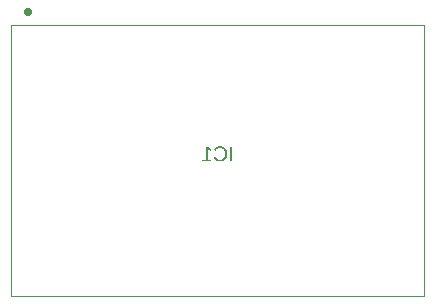
<source format=gbr>
G04 EAGLE Gerber RS-274X export*
G75*
%MOMM*%
%FSLAX34Y34*%
%LPD*%
%INSilkscreen Bottom*%
%IPPOS*%
%AMOC8*
5,1,8,0,0,1.08239X$1,22.5*%
G01*
G04 Define Apertures*
%ADD10C,0.100000*%
%ADD11C,0.600000*%
G36*
X612198Y497433D02*
X611749Y497446D01*
X611314Y497485D01*
X610893Y497550D01*
X610486Y497641D01*
X610093Y497758D01*
X609714Y497901D01*
X609348Y498070D01*
X608996Y498265D01*
X608661Y498485D01*
X608345Y498729D01*
X608049Y498996D01*
X607771Y499288D01*
X607513Y499603D01*
X607274Y499942D01*
X607055Y500305D01*
X606855Y500691D01*
X608221Y501374D01*
X608389Y501064D01*
X608568Y500773D01*
X608756Y500502D01*
X608954Y500252D01*
X609163Y500021D01*
X609381Y499811D01*
X609610Y499620D01*
X609848Y499450D01*
X610097Y499299D01*
X610355Y499169D01*
X610624Y499059D01*
X610903Y498969D01*
X611192Y498898D01*
X611491Y498848D01*
X611800Y498818D01*
X612119Y498808D01*
X612611Y498830D01*
X613078Y498894D01*
X613519Y499002D01*
X613933Y499153D01*
X614321Y499347D01*
X614683Y499584D01*
X615019Y499864D01*
X615329Y500188D01*
X615607Y500546D01*
X615848Y500933D01*
X616052Y501347D01*
X616219Y501789D01*
X616349Y502259D01*
X616441Y502757D01*
X616497Y503282D01*
X616516Y503836D01*
X616498Y504394D01*
X616444Y504922D01*
X616355Y505419D01*
X616231Y505886D01*
X616071Y506323D01*
X615875Y506728D01*
X615644Y507104D01*
X615377Y507449D01*
X615078Y507757D01*
X614751Y508025D01*
X614395Y508252D01*
X614011Y508437D01*
X613598Y508581D01*
X613157Y508684D01*
X612687Y508746D01*
X612189Y508767D01*
X611868Y508758D01*
X611558Y508731D01*
X611260Y508687D01*
X610972Y508624D01*
X610696Y508544D01*
X610431Y508446D01*
X610177Y508331D01*
X609933Y508197D01*
X609704Y508047D01*
X609491Y507881D01*
X609294Y507699D01*
X609113Y507501D01*
X608949Y507287D01*
X608801Y507058D01*
X608669Y506812D01*
X608554Y506551D01*
X606969Y507076D01*
X607135Y507443D01*
X607323Y507787D01*
X607534Y508108D01*
X607766Y508405D01*
X608020Y508680D01*
X608296Y508930D01*
X608593Y509158D01*
X608913Y509362D01*
X609254Y509543D01*
X609615Y509699D01*
X609996Y509832D01*
X610398Y509940D01*
X610819Y510025D01*
X611261Y510085D01*
X611724Y510121D01*
X612206Y510133D01*
X612554Y510126D01*
X612892Y510107D01*
X613221Y510074D01*
X613540Y510028D01*
X613849Y509970D01*
X614149Y509898D01*
X614439Y509813D01*
X614720Y509715D01*
X614991Y509604D01*
X615253Y509480D01*
X615505Y509342D01*
X615747Y509192D01*
X616203Y508852D01*
X616621Y508460D01*
X616994Y508022D01*
X617318Y507544D01*
X617592Y507026D01*
X617710Y506752D01*
X617816Y506468D01*
X617910Y506174D01*
X617991Y505870D01*
X618059Y505556D01*
X618115Y505232D01*
X618159Y504898D01*
X618190Y504554D01*
X618208Y504200D01*
X618215Y503836D01*
X618204Y503351D01*
X618170Y502883D01*
X618114Y502432D01*
X618036Y501997D01*
X617936Y501579D01*
X617813Y501178D01*
X617668Y500793D01*
X617501Y500424D01*
X617312Y500074D01*
X617103Y499745D01*
X616874Y499437D01*
X616625Y499150D01*
X616355Y498883D01*
X616066Y498637D01*
X615755Y498412D01*
X615425Y498208D01*
X615077Y498027D01*
X614713Y497869D01*
X614333Y497736D01*
X613937Y497627D01*
X613526Y497542D01*
X613099Y497482D01*
X612656Y497445D01*
X612198Y497433D01*
G37*
G36*
X604822Y497608D02*
X597088Y497608D01*
X597088Y498948D01*
X600092Y498948D01*
X600092Y509949D01*
X601546Y509949D01*
X604463Y507943D01*
X604463Y506454D01*
X601677Y508443D01*
X601677Y498948D01*
X604822Y498948D01*
X604822Y497608D01*
G37*
G36*
X622439Y497608D02*
X620766Y497608D01*
X620766Y509949D01*
X622439Y509949D01*
X622439Y497608D01*
G37*
D10*
X785138Y613258D02*
X435138Y613258D01*
X435138Y383258D01*
X785138Y383258D01*
X785138Y613258D01*
D11*
X449138Y623658D02*
X449182Y623660D01*
X449225Y623666D01*
X449267Y623675D01*
X449309Y623688D01*
X449349Y623705D01*
X449388Y623725D01*
X449425Y623748D01*
X449459Y623775D01*
X449492Y623804D01*
X449521Y623837D01*
X449548Y623871D01*
X449571Y623908D01*
X449591Y623947D01*
X449608Y623987D01*
X449621Y624029D01*
X449630Y624071D01*
X449636Y624114D01*
X449638Y624158D01*
X449636Y624202D01*
X449630Y624245D01*
X449621Y624287D01*
X449608Y624329D01*
X449591Y624369D01*
X449571Y624408D01*
X449548Y624445D01*
X449521Y624479D01*
X449492Y624512D01*
X449459Y624541D01*
X449425Y624568D01*
X449388Y624591D01*
X449349Y624611D01*
X449309Y624628D01*
X449267Y624641D01*
X449225Y624650D01*
X449182Y624656D01*
X449138Y624658D01*
X449094Y624656D01*
X449051Y624650D01*
X449009Y624641D01*
X448967Y624628D01*
X448927Y624611D01*
X448888Y624591D01*
X448851Y624568D01*
X448817Y624541D01*
X448784Y624512D01*
X448755Y624479D01*
X448728Y624445D01*
X448705Y624408D01*
X448685Y624369D01*
X448668Y624329D01*
X448655Y624287D01*
X448646Y624245D01*
X448640Y624202D01*
X448638Y624158D01*
X448640Y624114D01*
X448646Y624071D01*
X448655Y624029D01*
X448668Y623987D01*
X448685Y623947D01*
X448705Y623908D01*
X448728Y623871D01*
X448755Y623837D01*
X448784Y623804D01*
X448817Y623775D01*
X448851Y623748D01*
X448888Y623725D01*
X448927Y623705D01*
X448967Y623688D01*
X449009Y623675D01*
X449051Y623666D01*
X449094Y623660D01*
X449138Y623658D01*
M02*

</source>
